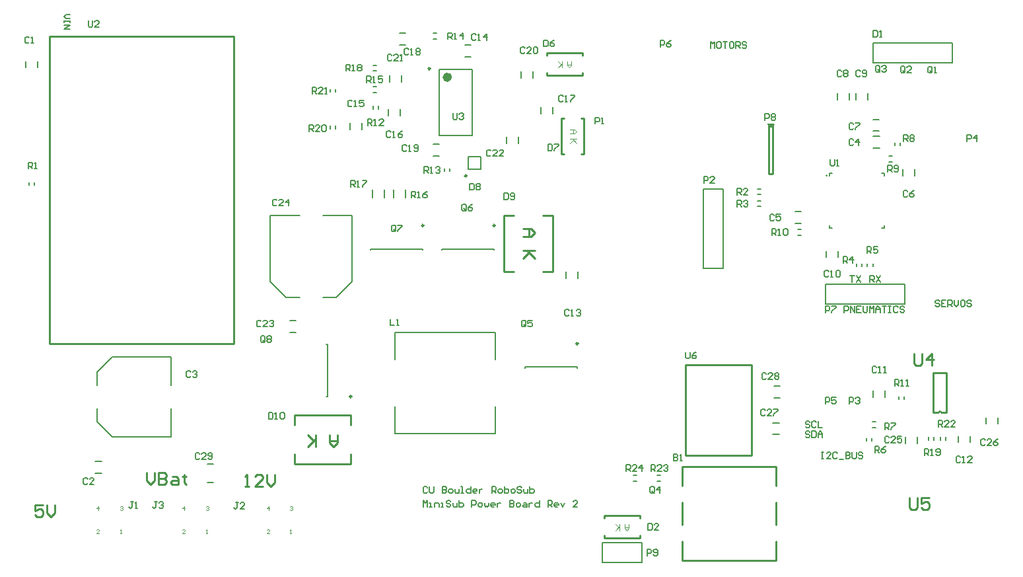
<source format=gto>
G04 Layer_Color=65535*
%FSLAX25Y25*%
%MOIN*%
G70*
G01*
G75*
%ADD40C,0.01000*%
%ADD67C,0.00197*%
%ADD68C,0.00984*%
%ADD69C,0.02362*%
%ADD70C,0.00500*%
%ADD71C,0.00787*%
%ADD72C,0.00600*%
%ADD73C,0.00492*%
%ADD74C,0.00394*%
D40*
X685875Y246750D02*
G03*
X684625Y246750I-625J0D01*
G01*
X598750Y392000D02*
G03*
X601250Y392000I1250J0D01*
G01*
X688500Y246750D02*
Y266750D01*
X682000D02*
X688500D01*
X682000Y246750D02*
Y266750D01*
Y246750D02*
X684625D01*
X685875D02*
X688500D01*
X598750Y392000D02*
X601000D01*
X599000D02*
X601250D01*
X599000Y367000D02*
Y392000D01*
Y367000D02*
X601000D01*
Y392000D01*
X556910Y225165D02*
X590374D01*
X556910D02*
Y270835D01*
X590374Y225165D02*
Y270835D01*
X556910D02*
X590374D01*
X555272Y219280D02*
X602516D01*
X555272Y172035D02*
X602516D01*
X555272D02*
Y181583D01*
X555272Y190047D02*
Y201268D01*
Y209732D02*
Y219280D01*
X602516Y209732D02*
Y219280D01*
Y172035D02*
Y181583D01*
Y190047D02*
Y201268D01*
X236000Y436500D02*
X329000D01*
Y281200D02*
Y436500D01*
X236000Y281200D02*
X329000D01*
X236000D02*
Y436500D01*
X489803Y317717D02*
Y345866D01*
X465197Y317717D02*
Y345866D01*
X470118D01*
X484882D02*
X489803D01*
X465197Y317717D02*
X470118D01*
X484882D02*
X489803D01*
X359598Y220661D02*
X387748D01*
X359598Y245268D02*
X387748D01*
Y240347D02*
Y245268D01*
Y220661D02*
Y225583D01*
X359598Y240347D02*
Y245268D01*
Y220661D02*
Y225583D01*
X534016Y193291D02*
Y194709D01*
X515906Y193291D02*
Y194709D01*
Y183291D02*
Y184709D01*
X534016Y183291D02*
Y184709D01*
X515906Y194709D02*
X534016D01*
X515906Y183291D02*
X534016D01*
X505016Y426756D02*
Y428173D01*
X486905Y426756D02*
Y428173D01*
Y416756D02*
Y418173D01*
X505016Y416756D02*
Y418173D01*
X486905Y428173D02*
X505016D01*
X486905Y416756D02*
X505016D01*
X494291Y394980D02*
X495709D01*
X494291Y376870D02*
X495709D01*
X504291D02*
X505709D01*
X504291Y394980D02*
X505709D01*
X494291Y376870D02*
Y394980D01*
X505709Y376870D02*
Y394980D01*
X670000Y203798D02*
Y198800D01*
X671000Y197800D01*
X672999D01*
X673999Y198800D01*
Y203798D01*
X679997D02*
X675998D01*
Y200799D01*
X677997Y201799D01*
X678997D01*
X679997Y200799D01*
Y198800D01*
X678997Y197800D01*
X676998D01*
X675998Y198800D01*
X672300Y276298D02*
Y271300D01*
X673300Y270300D01*
X675299D01*
X676299Y271300D01*
Y276298D01*
X681297Y270300D02*
Y276298D01*
X678298Y273299D01*
X682297D01*
X481037Y328248D02*
X475039D01*
X477039D01*
X481037Y324249D01*
X478038Y327248D01*
X475039Y324249D01*
Y339272D02*
X479038D01*
X481037Y337272D01*
X479038Y335273D01*
X475039D01*
X478038D01*
Y339272D01*
X370130Y229427D02*
Y235425D01*
Y233426D01*
X366131Y229427D01*
X369130Y232426D01*
X366131Y235425D01*
X381153D02*
Y231427D01*
X379154Y229427D01*
X377155Y231427D01*
Y235425D01*
Y232426D01*
X381153D01*
X232499Y199998D02*
X228500D01*
Y196999D01*
X230499Y197999D01*
X231499D01*
X232499Y196999D01*
Y195000D01*
X231499Y194000D01*
X229500D01*
X228500Y195000D01*
X234498Y199998D02*
Y195999D01*
X236497Y194000D01*
X238497Y195999D01*
Y199998D01*
X285000Y216498D02*
Y212499D01*
X286999Y210500D01*
X288999Y212499D01*
Y216498D01*
X290998D02*
Y210500D01*
X293997D01*
X294997Y211500D01*
Y212499D01*
X293997Y213499D01*
X290998D01*
X293997D01*
X294997Y214499D01*
Y215498D01*
X293997Y216498D01*
X290998D01*
X297996Y214499D02*
X299995D01*
X300995Y213499D01*
Y210500D01*
X297996D01*
X296996Y211500D01*
X297996Y212499D01*
X300995D01*
X303994Y215498D02*
Y214499D01*
X302994D01*
X304994D01*
X303994D01*
Y211500D01*
X304994Y210500D01*
X334500Y209500D02*
X336499D01*
X335500D01*
Y215498D01*
X334500Y214498D01*
X343497Y209500D02*
X339498D01*
X343497Y213499D01*
Y214498D01*
X342497Y215498D01*
X340498D01*
X339498Y214498D01*
X345496Y215498D02*
Y211499D01*
X347496Y209500D01*
X349495Y211499D01*
Y215498D01*
D67*
X628115Y366035D02*
G03*
X628115Y366035I-56J0D01*
G01*
X628314Y366075D02*
G03*
X628314Y366075I-176J0D01*
G01*
X628289D02*
G03*
X628289Y366075I-230J0D01*
G01*
X628492D02*
G03*
X628492Y366075I-394J0D01*
G01*
D68*
X446425Y366028D02*
G03*
X446425Y366028I-492J0D01*
G01*
X502740Y281417D02*
G03*
X502740Y281417I-492J0D01*
G01*
X460756Y340965D02*
G03*
X460756Y340965I-492J0D01*
G01*
X424724D02*
G03*
X424724Y340965I-492J0D01*
G01*
X388390Y254716D02*
G03*
X388390Y254716I-492J0D01*
G01*
X428106Y420090D02*
G03*
X428106Y420090I-492J0D01*
G01*
D69*
X437850Y415760D02*
G03*
X437850Y415760I-1181J0D01*
G01*
D70*
X657232Y339697D02*
Y340878D01*
X656051Y339697D02*
X657232D01*
X656051Y367256D02*
X657232D01*
Y366075D02*
Y367256D01*
X629673Y339697D02*
X630854D01*
X629673D02*
Y340878D01*
Y366075D02*
Y367256D01*
X630854D01*
X246099Y447500D02*
X244100D01*
X243100Y446500D01*
X244100Y445501D01*
X246099D01*
Y444501D02*
Y443501D01*
Y444001D01*
X243100D01*
Y444501D01*
Y443501D01*
Y442002D02*
X246099D01*
X243100Y440002D01*
X246099D01*
D71*
X447350Y369394D02*
X453650D01*
X447350D02*
Y375535D01*
X453650Y369394D02*
Y375535D01*
X447350D02*
X453650D01*
X388669Y312817D02*
Y346134D01*
X373807D02*
X388669D01*
X347331D02*
X362193D01*
X347331Y312817D02*
Y346134D01*
X373807Y304795D02*
X380648D01*
X388669Y312817D01*
X347331D02*
X355352Y304795D01*
X362193D01*
X502189Y269016D02*
Y269606D01*
X475811D02*
X502189D01*
X475811Y269016D02*
Y269606D01*
X460205Y328563D02*
Y329153D01*
X433827D02*
X460205D01*
X433827Y328563D02*
Y329153D01*
X424173Y328563D02*
Y329153D01*
X397795D02*
X424173D01*
X397795Y328563D02*
Y329153D01*
X375496Y254776D02*
X376087D01*
Y281153D01*
X375496D02*
X376087D01*
X627500Y301500D02*
Y311500D01*
X667500D01*
X627500Y301500D02*
X667500D01*
Y311500D01*
X566000Y319500D02*
X576000D01*
X566000D02*
Y359500D01*
X576000Y319500D02*
Y359500D01*
X566000D02*
X576000D01*
X691500Y423000D02*
Y433000D01*
X651500Y423000D02*
X691500D01*
X651500Y433000D02*
X691500D01*
X651500Y423000D02*
Y433000D01*
X432732Y386232D02*
Y419697D01*
X449268Y386232D02*
Y419697D01*
X432732D02*
X449268D01*
X432732Y386232D02*
X449268D01*
X259799Y260307D02*
Y266951D01*
X267624Y274776D01*
X259799Y242049D02*
X267624Y234224D01*
X259799Y242049D02*
Y248693D01*
X267624Y274776D02*
X297201D01*
Y260307D02*
Y274776D01*
Y234224D02*
Y248693D01*
X267624Y234224D02*
X297201D01*
X410106Y273276D02*
Y286858D01*
X460894Y273276D02*
Y286858D01*
X410106Y236071D02*
Y249654D01*
X460894Y236071D02*
Y249654D01*
X410106Y286858D02*
X460894D01*
X410106Y236071D02*
X460894D01*
X415453Y354996D02*
Y358933D01*
X409547Y354996D02*
Y358933D01*
X404953Y354996D02*
Y358933D01*
X399047Y354996D02*
Y358933D01*
X659665Y375878D02*
X661240D01*
X659665Y373122D02*
X661240D01*
X633953Y324925D02*
Y328075D01*
X628047Y324925D02*
Y328075D01*
X714453Y240925D02*
Y244075D01*
X708547Y240925D02*
Y244075D01*
X694547Y231610D02*
Y234760D01*
X700453Y231610D02*
Y234760D01*
X668047Y231110D02*
Y234260D01*
X673953Y231110D02*
Y234260D01*
X685622Y232760D02*
Y234335D01*
X688378Y232760D02*
Y234335D01*
X682378Y232760D02*
Y234335D01*
X679622Y232760D02*
Y234335D01*
X412953Y396390D02*
Y399539D01*
X407047Y396390D02*
Y399539D01*
X429425Y381917D02*
X432575D01*
X429425Y376012D02*
X432575D01*
X435122Y368177D02*
Y369752D01*
X437878Y368177D02*
Y369752D01*
X479953Y415390D02*
Y418539D01*
X474047Y415390D02*
Y418539D01*
X228331Y361260D02*
Y362835D01*
X225575Y361260D02*
Y362835D01*
X223862Y420610D02*
Y423760D01*
X229768Y420610D02*
Y423760D01*
X258925Y221953D02*
X262075D01*
X258925Y216047D02*
X262075D01*
X445425Y431917D02*
X448575D01*
X445425Y426012D02*
X448575D01*
X429713Y437843D02*
X431287D01*
X429713Y435087D02*
X431287D01*
X484047Y397390D02*
Y400539D01*
X489953Y397390D02*
Y400539D01*
X472453Y382390D02*
Y385539D01*
X466547Y382390D02*
Y385539D01*
X412425Y437917D02*
X415575D01*
X412425Y432012D02*
X415575D01*
X407547Y413390D02*
Y416539D01*
X413453Y413390D02*
Y416539D01*
X399213Y410843D02*
X400787D01*
X399213Y408087D02*
X400787D01*
X399213Y421842D02*
X400787D01*
X399213Y419087D02*
X400787D01*
X401878Y399677D02*
Y401252D01*
X399122Y399677D02*
Y401252D01*
X387547Y389390D02*
Y392539D01*
X393453Y389390D02*
Y392539D01*
X377622Y389677D02*
Y391252D01*
X380378Y389677D02*
Y391252D01*
X377622Y408177D02*
Y409752D01*
X380378Y408177D02*
Y409752D01*
X502453Y314390D02*
Y317539D01*
X496547Y314390D02*
Y317539D01*
X357110Y287012D02*
X360260D01*
X357110Y292917D02*
X360260D01*
X600925Y235547D02*
X604075D01*
X600925Y241453D02*
X604075D01*
X601425Y254047D02*
X604575D01*
X601425Y259953D02*
X604575D01*
X651547Y254425D02*
Y257575D01*
X657453Y254425D02*
Y257575D01*
X651425Y388547D02*
X654575D01*
X651425Y394453D02*
X654575D01*
X651610Y380047D02*
X654760D01*
X651610Y385953D02*
X654760D01*
X672453Y366110D02*
Y369260D01*
X666547Y366110D02*
Y369260D01*
X612110Y347953D02*
X615260D01*
X612110Y342047D02*
X615260D01*
X593260Y356622D02*
X594835D01*
X593260Y359378D02*
X594835D01*
X613713Y336122D02*
X615287D01*
X613713Y338878D02*
X615287D01*
X593260Y350622D02*
X594835D01*
X593260Y353378D02*
X594835D01*
X643122Y320213D02*
Y321787D01*
X645878Y320213D02*
Y321787D01*
X650878Y232213D02*
Y233787D01*
X648122Y232213D02*
Y233787D01*
X651213Y241878D02*
X652787D01*
X651213Y239122D02*
X652787D01*
X648728Y320213D02*
Y321787D01*
X651484Y320213D02*
Y321787D01*
X665378Y381213D02*
Y382787D01*
X662622Y381213D02*
Y382787D01*
X643047Y404425D02*
Y407575D01*
X648953Y404425D02*
Y407575D01*
X639453Y404425D02*
Y407575D01*
X633547Y404425D02*
Y407575D01*
X515000Y171000D02*
X535000D01*
Y181000D01*
X515000D02*
X535000D01*
X515000Y171000D02*
Y181000D01*
X542713Y214878D02*
X544287D01*
X542713Y212122D02*
X544287D01*
X530713Y214878D02*
X532287D01*
X530713Y212122D02*
X532287D01*
X315425Y220724D02*
X318575D01*
X315425Y211276D02*
X318575D01*
X667378Y253213D02*
Y254787D01*
X664622Y253213D02*
Y254787D01*
D72*
X630000Y374199D02*
Y371533D01*
X630533Y371000D01*
X631600D01*
X632133Y371533D01*
Y374199D01*
X633199Y371000D02*
X634265D01*
X633732D01*
Y374199D01*
X633199Y373666D01*
X544200Y431000D02*
Y434199D01*
X545799D01*
X546333Y433666D01*
Y432599D01*
X545799Y432066D01*
X544200D01*
X549532Y434199D02*
X548465Y433666D01*
X547399Y432599D01*
Y431533D01*
X547932Y431000D01*
X548998D01*
X549532Y431533D01*
Y432066D01*
X548998Y432599D01*
X547399D01*
X439500Y397663D02*
Y394998D01*
X440033Y394465D01*
X441100D01*
X441633Y394998D01*
Y397663D01*
X442699Y397130D02*
X443232Y397663D01*
X444298D01*
X444832Y397130D01*
Y396597D01*
X444298Y396064D01*
X443765D01*
X444298D01*
X444832Y395531D01*
Y394998D01*
X444298Y394465D01*
X443232D01*
X442699Y394998D01*
X368500Y407465D02*
Y410664D01*
X370099D01*
X370633Y410130D01*
Y409064D01*
X370099Y408531D01*
X368500D01*
X369566D02*
X370633Y407465D01*
X373832D02*
X371699D01*
X373832Y409597D01*
Y410130D01*
X373299Y410664D01*
X372232D01*
X371699Y410130D01*
X374898Y407465D02*
X375964D01*
X375431D01*
Y410664D01*
X374898Y410130D01*
X367000Y388465D02*
Y391664D01*
X368600D01*
X369133Y391130D01*
Y390064D01*
X368600Y389531D01*
X367000D01*
X368066D02*
X369133Y388465D01*
X372332D02*
X370199D01*
X372332Y390597D01*
Y391130D01*
X371798Y391664D01*
X370732D01*
X370199Y391130D01*
X373398D02*
X373931Y391664D01*
X374997D01*
X375531Y391130D01*
Y388998D01*
X374997Y388465D01*
X373931D01*
X373398Y388998D01*
Y391130D01*
X385500Y418965D02*
Y422163D01*
X387100D01*
X387633Y421630D01*
Y420564D01*
X387100Y420031D01*
X385500D01*
X386566D02*
X387633Y418965D01*
X388699D02*
X389765D01*
X389232D01*
Y422163D01*
X388699Y421630D01*
X391365D02*
X391898Y422163D01*
X392964D01*
X393497Y421630D01*
Y421097D01*
X392964Y420564D01*
X393497Y420031D01*
Y419498D01*
X392964Y418965D01*
X391898D01*
X391365Y419498D01*
Y420031D01*
X391898Y420564D01*
X391365Y421097D01*
Y421630D01*
X391898Y420564D02*
X392964D01*
X388000Y360465D02*
Y363664D01*
X389599D01*
X390133Y363130D01*
Y362064D01*
X389599Y361531D01*
X388000D01*
X389066D02*
X390133Y360465D01*
X391199D02*
X392265D01*
X391732D01*
Y363664D01*
X391199Y363130D01*
X393865Y363664D02*
X395997D01*
Y363130D01*
X393865Y360998D01*
Y360465D01*
X418500Y354965D02*
Y358163D01*
X420099D01*
X420633Y357630D01*
Y356564D01*
X420099Y356031D01*
X418500D01*
X419566D02*
X420633Y354965D01*
X421699D02*
X422765D01*
X422232D01*
Y358163D01*
X421699Y357630D01*
X426497Y358163D02*
X425431Y357630D01*
X424365Y356564D01*
Y355498D01*
X424898Y354965D01*
X425964D01*
X426497Y355498D01*
Y356031D01*
X425964Y356564D01*
X424365D01*
X396000Y413000D02*
Y416199D01*
X397600D01*
X398133Y415666D01*
Y414600D01*
X397600Y414066D01*
X396000D01*
X397066D02*
X398133Y413000D01*
X399199D02*
X400265D01*
X399732D01*
Y416199D01*
X399199Y415666D01*
X403997Y416199D02*
X401865D01*
Y414600D01*
X402931Y415133D01*
X403464D01*
X403997Y414600D01*
Y413533D01*
X403464Y413000D01*
X402398D01*
X401865Y413533D01*
X437000Y434965D02*
Y438164D01*
X438599D01*
X439133Y437630D01*
Y436564D01*
X438599Y436031D01*
X437000D01*
X438066D02*
X439133Y434965D01*
X440199D02*
X441265D01*
X440732D01*
Y438164D01*
X440199Y437630D01*
X444464Y434965D02*
Y438164D01*
X442865Y436564D01*
X444997D01*
X425000Y367465D02*
Y370663D01*
X426600D01*
X427133Y370130D01*
Y369064D01*
X426600Y368531D01*
X425000D01*
X426066D02*
X427133Y367465D01*
X428199D02*
X429265D01*
X428732D01*
Y370663D01*
X428199Y370130D01*
X430865D02*
X431398Y370663D01*
X432464D01*
X432997Y370130D01*
Y369597D01*
X432464Y369064D01*
X431931D01*
X432464D01*
X432997Y368531D01*
Y367998D01*
X432464Y367465D01*
X431398D01*
X430865Y367998D01*
X396500Y391465D02*
Y394664D01*
X398099D01*
X398633Y394130D01*
Y393064D01*
X398099Y392531D01*
X396500D01*
X397566D02*
X398633Y391465D01*
X399699D02*
X400765D01*
X400232D01*
Y394664D01*
X399699Y394130D01*
X404497Y391465D02*
X402365D01*
X404497Y393597D01*
Y394130D01*
X403964Y394664D01*
X402898D01*
X402365Y394130D01*
X344633Y282533D02*
Y284666D01*
X344099Y285199D01*
X343033D01*
X342500Y284666D01*
Y282533D01*
X343033Y282000D01*
X344099D01*
X343566Y283066D02*
X344633Y282000D01*
X344099D02*
X344633Y282533D01*
X345699Y284666D02*
X346232Y285199D01*
X347299D01*
X347832Y284666D01*
Y284133D01*
X347299Y283599D01*
X347832Y283066D01*
Y282533D01*
X347299Y282000D01*
X346232D01*
X345699Y282533D01*
Y283066D01*
X346232Y283599D01*
X345699Y284133D01*
Y284666D01*
X346232Y283599D02*
X347299D01*
X410633Y338498D02*
Y340630D01*
X410100Y341163D01*
X409033D01*
X408500Y340630D01*
Y338498D01*
X409033Y337965D01*
X410100D01*
X409566Y339031D02*
X410633Y337965D01*
X410100D02*
X410633Y338498D01*
X411699Y341163D02*
X413832D01*
Y340630D01*
X411699Y338498D01*
Y337965D01*
X446133Y348998D02*
Y351130D01*
X445600Y351663D01*
X444533D01*
X444000Y351130D01*
Y348998D01*
X444533Y348465D01*
X445600D01*
X445066Y349531D02*
X446133Y348465D01*
X445600D02*
X446133Y348998D01*
X449332Y351663D02*
X448265Y351130D01*
X447199Y350064D01*
Y348998D01*
X447732Y348465D01*
X448798D01*
X449332Y348998D01*
Y349531D01*
X448798Y350064D01*
X447199D01*
X476333Y290498D02*
Y292630D01*
X475800Y293163D01*
X474733D01*
X474200Y292630D01*
Y290498D01*
X474733Y289965D01*
X475800D01*
X475266Y291031D02*
X476333Y289965D01*
X475800D02*
X476333Y290498D01*
X479532Y293163D02*
X477399D01*
Y291564D01*
X478465Y292097D01*
X478998D01*
X479532Y291564D01*
Y290498D01*
X478998Y289965D01*
X477932D01*
X477399Y290498D01*
X346500Y246663D02*
Y243465D01*
X348099D01*
X348633Y243998D01*
Y246130D01*
X348099Y246663D01*
X346500D01*
X349699Y243465D02*
X350765D01*
X350232D01*
Y246663D01*
X349699Y246130D01*
X352365D02*
X352898Y246663D01*
X353964D01*
X354497Y246130D01*
Y243998D01*
X353964Y243465D01*
X352898D01*
X352365Y243998D01*
Y246130D01*
X465300Y357263D02*
Y354065D01*
X466899D01*
X467433Y354598D01*
Y356730D01*
X466899Y357263D01*
X465300D01*
X468499Y354598D02*
X469032Y354065D01*
X470098D01*
X470632Y354598D01*
Y356730D01*
X470098Y357263D01*
X469032D01*
X468499Y356730D01*
Y356197D01*
X469032Y355664D01*
X470632D01*
X448000Y362163D02*
Y358965D01*
X449600D01*
X450133Y359498D01*
Y361630D01*
X449600Y362163D01*
X448000D01*
X451199Y361630D02*
X451732Y362163D01*
X452798D01*
X453332Y361630D01*
Y361097D01*
X452798Y360564D01*
X453332Y360031D01*
Y359498D01*
X452798Y358965D01*
X451732D01*
X451199Y359498D01*
Y360031D01*
X451732Y360564D01*
X451199Y361097D01*
Y361630D01*
X451732Y360564D02*
X452798D01*
X487500Y381849D02*
Y378650D01*
X489100D01*
X489633Y379183D01*
Y381315D01*
X489100Y381849D01*
X487500D01*
X490699D02*
X492832D01*
Y381315D01*
X490699Y379183D01*
Y378650D01*
X485400Y434464D02*
Y431265D01*
X487000D01*
X487533Y431798D01*
Y433930D01*
X487000Y434464D01*
X485400D01*
X490732D02*
X489665Y433930D01*
X488599Y432864D01*
Y431798D01*
X489132Y431265D01*
X490198D01*
X490732Y431798D01*
Y432331D01*
X490198Y432864D01*
X488599D01*
X350633Y353630D02*
X350099Y354164D01*
X349033D01*
X348500Y353630D01*
Y351498D01*
X349033Y350965D01*
X350099D01*
X350633Y351498D01*
X353832Y350965D02*
X351699D01*
X353832Y353097D01*
Y353630D01*
X353298Y354164D01*
X352232D01*
X351699Y353630D01*
X356497Y350965D02*
Y354164D01*
X354898Y352564D01*
X357031D01*
X342633Y292630D02*
X342099Y293163D01*
X341033D01*
X340500Y292630D01*
Y290498D01*
X341033Y289965D01*
X342099D01*
X342633Y290498D01*
X345832Y289965D02*
X343699D01*
X345832Y292097D01*
Y292630D01*
X345299Y293163D01*
X344232D01*
X343699Y292630D01*
X346898D02*
X347431Y293163D01*
X348497D01*
X349031Y292630D01*
Y292097D01*
X348497Y291564D01*
X347964D01*
X348497D01*
X349031Y291031D01*
Y290498D01*
X348497Y289965D01*
X347431D01*
X346898Y290498D01*
X458633Y378630D02*
X458100Y379164D01*
X457033D01*
X456500Y378630D01*
Y376498D01*
X457033Y375965D01*
X458100D01*
X458633Y376498D01*
X461832Y375965D02*
X459699D01*
X461832Y378097D01*
Y378630D01*
X461298Y379164D01*
X460232D01*
X459699Y378630D01*
X465031Y375965D02*
X462898D01*
X465031Y378097D01*
Y378630D01*
X464497Y379164D01*
X463431D01*
X462898Y378630D01*
X408633Y426666D02*
X408100Y427199D01*
X407033D01*
X406500Y426666D01*
Y424533D01*
X407033Y424000D01*
X408100D01*
X408633Y424533D01*
X411832Y424000D02*
X409699D01*
X411832Y426133D01*
Y426666D01*
X411298Y427199D01*
X410232D01*
X409699Y426666D01*
X412898Y424000D02*
X413964D01*
X413431D01*
Y427199D01*
X412898Y426666D01*
X475833Y430330D02*
X475300Y430864D01*
X474233D01*
X473700Y430330D01*
Y428198D01*
X474233Y427665D01*
X475300D01*
X475833Y428198D01*
X479032Y427665D02*
X476899D01*
X479032Y429797D01*
Y430330D01*
X478498Y430864D01*
X477432D01*
X476899Y430330D01*
X480098D02*
X480631Y430864D01*
X481697D01*
X482231Y430330D01*
Y428198D01*
X481697Y427665D01*
X480631D01*
X480098Y428198D01*
Y430330D01*
X416133Y381130D02*
X415599Y381663D01*
X414533D01*
X414000Y381130D01*
Y378998D01*
X414533Y378465D01*
X415599D01*
X416133Y378998D01*
X417199Y378465D02*
X418265D01*
X417732D01*
Y381663D01*
X417199Y381130D01*
X419865Y378998D02*
X420398Y378465D01*
X421464D01*
X421997Y378998D01*
Y381130D01*
X421464Y381663D01*
X420398D01*
X419865Y381130D01*
Y380597D01*
X420398Y380064D01*
X421997D01*
X417133Y429666D02*
X416600Y430199D01*
X415533D01*
X415000Y429666D01*
Y427533D01*
X415533Y427000D01*
X416600D01*
X417133Y427533D01*
X418199Y427000D02*
X419265D01*
X418732D01*
Y430199D01*
X418199Y429666D01*
X420865D02*
X421398Y430199D01*
X422464D01*
X422997Y429666D01*
Y429133D01*
X422464Y428600D01*
X422997Y428066D01*
Y427533D01*
X422464Y427000D01*
X421398D01*
X420865Y427533D01*
Y428066D01*
X421398Y428600D01*
X420865Y429133D01*
Y429666D01*
X421398Y428600D02*
X422464D01*
X495133Y406130D02*
X494599Y406664D01*
X493533D01*
X493000Y406130D01*
Y403998D01*
X493533Y403465D01*
X494599D01*
X495133Y403998D01*
X496199Y403465D02*
X497265D01*
X496732D01*
Y406664D01*
X496199Y406130D01*
X498865Y406664D02*
X500997D01*
Y406130D01*
X498865Y403998D01*
Y403465D01*
X408133Y388130D02*
X407599Y388664D01*
X406533D01*
X406000Y388130D01*
Y385998D01*
X406533Y385465D01*
X407599D01*
X408133Y385998D01*
X409199Y385465D02*
X410265D01*
X409732D01*
Y388664D01*
X409199Y388130D01*
X413997Y388664D02*
X412931Y388130D01*
X411865Y387064D01*
Y385998D01*
X412398Y385465D01*
X413464D01*
X413997Y385998D01*
Y386531D01*
X413464Y387064D01*
X411865D01*
X388633Y403630D02*
X388100Y404164D01*
X387033D01*
X386500Y403630D01*
Y401498D01*
X387033Y400965D01*
X388100D01*
X388633Y401498D01*
X389699Y400965D02*
X390765D01*
X390232D01*
Y404164D01*
X389699Y403630D01*
X394497Y404164D02*
X392365D01*
Y402564D01*
X393431Y403097D01*
X393964D01*
X394497Y402564D01*
Y401498D01*
X393964Y400965D01*
X392898D01*
X392365Y401498D01*
X451133Y437130D02*
X450599Y437664D01*
X449533D01*
X449000Y437130D01*
Y434998D01*
X449533Y434465D01*
X450599D01*
X451133Y434998D01*
X452199Y434465D02*
X453265D01*
X452732D01*
Y437664D01*
X452199Y437130D01*
X456464Y434465D02*
Y437664D01*
X454865Y436064D01*
X456997D01*
X498133Y298130D02*
X497600Y298663D01*
X496533D01*
X496000Y298130D01*
Y295998D01*
X496533Y295465D01*
X497600D01*
X498133Y295998D01*
X499199Y295465D02*
X500265D01*
X499732D01*
Y298663D01*
X499199Y298130D01*
X501865D02*
X502398Y298663D01*
X503464D01*
X503997Y298130D01*
Y297597D01*
X503464Y297064D01*
X502931D01*
X503464D01*
X503997Y296531D01*
Y295998D01*
X503464Y295465D01*
X502398D01*
X501865Y295998D01*
X278133Y201699D02*
X277066D01*
X277600D01*
Y199033D01*
X277066Y198500D01*
X276533D01*
X276000Y199033D01*
X279199Y198500D02*
X280265D01*
X279732D01*
Y201699D01*
X279199Y201166D01*
X331133Y201199D02*
X330066D01*
X330599D01*
Y198533D01*
X330066Y198000D01*
X329533D01*
X329000Y198533D01*
X334332Y198000D02*
X332199D01*
X334332Y200133D01*
Y200666D01*
X333799Y201199D01*
X332732D01*
X332199Y200666D01*
X225200Y369600D02*
Y372799D01*
X226800D01*
X227333Y372266D01*
Y371199D01*
X226800Y370666D01*
X225200D01*
X226266D02*
X227333Y369600D01*
X228399D02*
X229465D01*
X228932D01*
Y372799D01*
X228399Y372266D01*
X255500Y444199D02*
Y441533D01*
X256033Y441000D01*
X257100D01*
X257633Y441533D01*
Y444199D01*
X260832Y441000D02*
X258699D01*
X260832Y443133D01*
Y443666D01*
X260298Y444199D01*
X259232D01*
X258699Y443666D01*
X225633Y435566D02*
X225099Y436099D01*
X224033D01*
X223500Y435566D01*
Y433433D01*
X224033Y432900D01*
X225099D01*
X225633Y433433D01*
X226699Y432900D02*
X227765D01*
X227232D01*
Y436099D01*
X226699Y435566D01*
X255133Y213166D02*
X254599Y213699D01*
X253533D01*
X253000Y213166D01*
Y211033D01*
X253533Y210500D01*
X254599D01*
X255133Y211033D01*
X258332Y210500D02*
X256199D01*
X258332Y212633D01*
Y213166D01*
X257799Y213699D01*
X256732D01*
X256199Y213166D01*
X407900Y293763D02*
Y290565D01*
X410033D01*
X411099D02*
X412165D01*
X411632D01*
Y293763D01*
X411099Y293230D01*
X307133Y267166D02*
X306599Y267699D01*
X305533D01*
X305000Y267166D01*
Y265033D01*
X305533Y264500D01*
X306599D01*
X307133Y265033D01*
X308199Y267166D02*
X308732Y267699D01*
X309799D01*
X310332Y267166D01*
Y266633D01*
X309799Y266100D01*
X309265D01*
X309799D01*
X310332Y265566D01*
Y265033D01*
X309799Y264500D01*
X308732D01*
X308199Y265033D01*
X550887Y225614D02*
Y222415D01*
X552487D01*
X553020Y222948D01*
Y223481D01*
X552487Y224014D01*
X550887D01*
X552487D01*
X553020Y224548D01*
Y225081D01*
X552487Y225614D01*
X550887D01*
X554086Y222415D02*
X555153D01*
X554620D01*
Y225614D01*
X554086Y225081D01*
X641633Y384166D02*
X641100Y384699D01*
X640033D01*
X639500Y384166D01*
Y382033D01*
X640033Y381500D01*
X641100D01*
X641633Y382033D01*
X644298Y381500D02*
Y384699D01*
X642699Y383100D01*
X644832D01*
X601633Y346166D02*
X601099Y346699D01*
X600033D01*
X599500Y346166D01*
Y344033D01*
X600033Y343500D01*
X601099D01*
X601633Y344033D01*
X604832Y346699D02*
X602699D01*
Y345099D01*
X603765Y345633D01*
X604298D01*
X604832Y345099D01*
Y344033D01*
X604298Y343500D01*
X603232D01*
X602699Y344033D01*
X668948Y358166D02*
X668414Y358699D01*
X667348D01*
X666815Y358166D01*
Y356033D01*
X667348Y355500D01*
X668414D01*
X668948Y356033D01*
X672147Y358699D02*
X671080Y358166D01*
X670014Y357100D01*
Y356033D01*
X670547Y355500D01*
X671613D01*
X672147Y356033D01*
Y356566D01*
X671613Y357100D01*
X670014D01*
X641633Y392166D02*
X641100Y392699D01*
X640033D01*
X639500Y392166D01*
Y390033D01*
X640033Y389500D01*
X641100D01*
X641633Y390033D01*
X642699Y392699D02*
X644832D01*
Y392166D01*
X642699Y390033D01*
Y389500D01*
X635633Y418666D02*
X635100Y419199D01*
X634033D01*
X633500Y418666D01*
Y416533D01*
X634033Y416000D01*
X635100D01*
X635633Y416533D01*
X636699Y418666D02*
X637232Y419199D01*
X638298D01*
X638832Y418666D01*
Y418133D01*
X638298Y417599D01*
X638832Y417066D01*
Y416533D01*
X638298Y416000D01*
X637232D01*
X636699Y416533D01*
Y417066D01*
X637232Y417599D01*
X636699Y418133D01*
Y418666D01*
X637232Y417599D02*
X638298D01*
X645133Y418666D02*
X644599Y419199D01*
X643533D01*
X643000Y418666D01*
Y416533D01*
X643533Y416000D01*
X644599D01*
X645133Y416533D01*
X646199D02*
X646732Y416000D01*
X647798D01*
X648332Y416533D01*
Y418666D01*
X647798Y419199D01*
X646732D01*
X646199Y418666D01*
Y418133D01*
X646732Y417599D01*
X648332D01*
X629133Y317666D02*
X628600Y318199D01*
X627533D01*
X627000Y317666D01*
Y315533D01*
X627533Y315000D01*
X628600D01*
X629133Y315533D01*
X630199Y315000D02*
X631265D01*
X630732D01*
Y318199D01*
X630199Y317666D01*
X632865D02*
X633398Y318199D01*
X634464D01*
X634997Y317666D01*
Y315533D01*
X634464Y315000D01*
X633398D01*
X632865Y315533D01*
Y317666D01*
X653333Y269366D02*
X652800Y269899D01*
X651733D01*
X651200Y269366D01*
Y267233D01*
X651733Y266700D01*
X652800D01*
X653333Y267233D01*
X654399Y266700D02*
X655465D01*
X654932D01*
Y269899D01*
X654399Y269366D01*
X657065Y266700D02*
X658131D01*
X657598D01*
Y269899D01*
X657065Y269366D01*
X695633Y224166D02*
X695099Y224699D01*
X694033D01*
X693500Y224166D01*
Y222033D01*
X694033Y221500D01*
X695099D01*
X695633Y222033D01*
X696699Y221500D02*
X697765D01*
X697232D01*
Y224699D01*
X696699Y224166D01*
X701497Y221500D02*
X699365D01*
X701497Y223633D01*
Y224166D01*
X700964Y224699D01*
X699898D01*
X699365Y224166D01*
X659633Y234166D02*
X659099Y234699D01*
X658033D01*
X657500Y234166D01*
Y232033D01*
X658033Y231500D01*
X659099D01*
X659633Y232033D01*
X662832Y231500D02*
X660699D01*
X662832Y233633D01*
Y234166D01*
X662298Y234699D01*
X661232D01*
X660699Y234166D01*
X666031Y234699D02*
X663898D01*
Y233100D01*
X664964Y233633D01*
X665497D01*
X666031Y233100D01*
Y232033D01*
X665497Y231500D01*
X664431D01*
X663898Y232033D01*
X708133Y232666D02*
X707599Y233199D01*
X706533D01*
X706000Y232666D01*
Y230533D01*
X706533Y230000D01*
X707599D01*
X708133Y230533D01*
X711332Y230000D02*
X709199D01*
X711332Y232133D01*
Y232666D01*
X710798Y233199D01*
X709732D01*
X709199Y232666D01*
X714531Y233199D02*
X713464Y232666D01*
X712398Y231599D01*
Y230533D01*
X712931Y230000D01*
X713997D01*
X714531Y230533D01*
Y231066D01*
X713997Y231599D01*
X712398D01*
X597133Y247666D02*
X596599Y248199D01*
X595533D01*
X595000Y247666D01*
Y245533D01*
X595533Y245000D01*
X596599D01*
X597133Y245533D01*
X600332Y245000D02*
X598199D01*
X600332Y247133D01*
Y247666D01*
X599798Y248199D01*
X598732D01*
X598199Y247666D01*
X601398Y248199D02*
X603531D01*
Y247666D01*
X601398Y245533D01*
Y245000D01*
X597633Y266166D02*
X597099Y266699D01*
X596033D01*
X595500Y266166D01*
Y264033D01*
X596033Y263500D01*
X597099D01*
X597633Y264033D01*
X600832Y263500D02*
X598699D01*
X600832Y265633D01*
Y266166D01*
X600298Y266699D01*
X599232D01*
X598699Y266166D01*
X601898D02*
X602431Y266699D01*
X603497D01*
X604031Y266166D01*
Y265633D01*
X603497Y265100D01*
X604031Y264566D01*
Y264033D01*
X603497Y263500D01*
X602431D01*
X601898Y264033D01*
Y264566D01*
X602431Y265100D01*
X601898Y265633D01*
Y266166D01*
X602431Y265100D02*
X603497D01*
X651700Y439199D02*
Y436000D01*
X653300D01*
X653833Y436533D01*
Y438666D01*
X653300Y439199D01*
X651700D01*
X654899Y436000D02*
X655965D01*
X655432D01*
Y439199D01*
X654899Y438666D01*
X511300Y392179D02*
Y395378D01*
X512899D01*
X513433Y394845D01*
Y393779D01*
X512899Y393246D01*
X511300D01*
X514499Y392179D02*
X515565D01*
X515032D01*
Y395378D01*
X514499Y394845D01*
X566200Y362500D02*
Y365699D01*
X567800D01*
X568333Y365166D01*
Y364100D01*
X567800Y363566D01*
X566200D01*
X571532Y362500D02*
X569399D01*
X571532Y364633D01*
Y365166D01*
X570998Y365699D01*
X569932D01*
X569399Y365166D01*
X639500Y251000D02*
Y254199D01*
X641100D01*
X641633Y253666D01*
Y252600D01*
X641100Y252066D01*
X639500D01*
X642699Y253666D02*
X643232Y254199D01*
X644298D01*
X644832Y253666D01*
Y253133D01*
X644298Y252600D01*
X643765D01*
X644298D01*
X644832Y252066D01*
Y251533D01*
X644298Y251000D01*
X643232D01*
X642699Y251533D01*
X699000Y383500D02*
Y386699D01*
X700599D01*
X701133Y386166D01*
Y385100D01*
X700599Y384566D01*
X699000D01*
X703798Y383500D02*
Y386699D01*
X702199Y385100D01*
X704332D01*
X627500Y251000D02*
Y254199D01*
X629100D01*
X629633Y253666D01*
Y252600D01*
X629100Y252066D01*
X627500D01*
X632832Y254199D02*
X630699D01*
Y252600D01*
X631765Y253133D01*
X632298D01*
X632832Y252600D01*
Y251533D01*
X632298Y251000D01*
X631232D01*
X630699Y251533D01*
X627500Y297000D02*
Y300199D01*
X629100D01*
X629633Y299666D01*
Y298600D01*
X629100Y298066D01*
X627500D01*
X630699Y300199D02*
X632832D01*
Y299666D01*
X630699Y297533D01*
Y297000D01*
X597000Y394000D02*
Y397199D01*
X598599D01*
X599133Y396666D01*
Y395600D01*
X598599Y395066D01*
X597000D01*
X600199Y396666D02*
X600732Y397199D01*
X601798D01*
X602332Y396666D01*
Y396133D01*
X601798Y395600D01*
X602332Y395066D01*
Y394533D01*
X601798Y394000D01*
X600732D01*
X600199Y394533D01*
Y395066D01*
X600732Y395600D01*
X600199Y396133D01*
Y396666D01*
X600732Y395600D02*
X601798D01*
X681373Y418482D02*
Y420615D01*
X680840Y421148D01*
X679773D01*
X679240Y420615D01*
Y418482D01*
X679773Y417949D01*
X680840D01*
X680306Y419015D02*
X681373Y417949D01*
X680840D02*
X681373Y418482D01*
X682439Y417949D02*
X683505D01*
X682972D01*
Y421148D01*
X682439Y420615D01*
X667633Y418533D02*
Y420666D01*
X667100Y421199D01*
X666033D01*
X665500Y420666D01*
Y418533D01*
X666033Y418000D01*
X667100D01*
X666566Y419066D02*
X667633Y418000D01*
X667100D02*
X667633Y418533D01*
X670832Y418000D02*
X668699D01*
X670832Y420133D01*
Y420666D01*
X670298Y421199D01*
X669232D01*
X668699Y420666D01*
X583000Y356500D02*
Y359699D01*
X584599D01*
X585133Y359166D01*
Y358100D01*
X584599Y357566D01*
X583000D01*
X584066D02*
X585133Y356500D01*
X588332D02*
X586199D01*
X588332Y358633D01*
Y359166D01*
X587798Y359699D01*
X586732D01*
X586199Y359166D01*
X583047Y350500D02*
Y353699D01*
X584647D01*
X585180Y353166D01*
Y352099D01*
X584647Y351566D01*
X583047D01*
X584114D02*
X585180Y350500D01*
X586246Y353166D02*
X586779Y353699D01*
X587846D01*
X588379Y353166D01*
Y352633D01*
X587846Y352099D01*
X587313D01*
X587846D01*
X588379Y351566D01*
Y351033D01*
X587846Y350500D01*
X586779D01*
X586246Y351033D01*
X636500Y322000D02*
Y325199D01*
X638099D01*
X638633Y324666D01*
Y323600D01*
X638099Y323066D01*
X636500D01*
X637566D02*
X638633Y322000D01*
X641298D02*
Y325199D01*
X639699Y323600D01*
X641832D01*
X648606Y327000D02*
Y330199D01*
X650206D01*
X650739Y329666D01*
Y328600D01*
X650206Y328066D01*
X648606D01*
X649673D02*
X650739Y327000D01*
X653938Y330199D02*
X651805D01*
Y328600D01*
X652872Y329133D01*
X653405D01*
X653938Y328600D01*
Y327533D01*
X653405Y327000D01*
X652338D01*
X651805Y327533D01*
X652500Y226500D02*
Y229699D01*
X654100D01*
X654633Y229166D01*
Y228099D01*
X654100Y227566D01*
X652500D01*
X653566D02*
X654633Y226500D01*
X657832Y229699D02*
X656765Y229166D01*
X655699Y228099D01*
Y227033D01*
X656232Y226500D01*
X657298D01*
X657832Y227033D01*
Y227566D01*
X657298Y228099D01*
X655699D01*
X657500Y238000D02*
Y241199D01*
X659099D01*
X659633Y240666D01*
Y239599D01*
X659099Y239066D01*
X657500D01*
X658566D02*
X659633Y238000D01*
X660699Y241199D02*
X662832D01*
Y240666D01*
X660699Y238533D01*
Y238000D01*
X667000Y383500D02*
Y386699D01*
X668600D01*
X669133Y386166D01*
Y385100D01*
X668600Y384566D01*
X667000D01*
X668066D02*
X669133Y383500D01*
X670199Y386166D02*
X670732Y386699D01*
X671798D01*
X672332Y386166D01*
Y385633D01*
X671798Y385100D01*
X672332Y384566D01*
Y384033D01*
X671798Y383500D01*
X670732D01*
X670199Y384033D01*
Y384566D01*
X670732Y385100D01*
X670199Y385633D01*
Y386166D01*
X670732Y385100D02*
X671798D01*
X659000Y368000D02*
Y371199D01*
X660600D01*
X661133Y370666D01*
Y369600D01*
X660600Y369066D01*
X659000D01*
X660066D02*
X661133Y368000D01*
X662199Y368533D02*
X662732Y368000D01*
X663798D01*
X664332Y368533D01*
Y370666D01*
X663798Y371199D01*
X662732D01*
X662199Y370666D01*
Y370133D01*
X662732Y369600D01*
X664332D01*
X600500Y336000D02*
Y339199D01*
X602100D01*
X602633Y338666D01*
Y337599D01*
X602100Y337066D01*
X600500D01*
X601566D02*
X602633Y336000D01*
X603699D02*
X604765D01*
X604232D01*
Y339199D01*
X603699Y338666D01*
X606365D02*
X606898Y339199D01*
X607964D01*
X608497Y338666D01*
Y336533D01*
X607964Y336000D01*
X606898D01*
X606365Y336533D01*
Y338666D01*
X662500Y260000D02*
Y263199D01*
X664100D01*
X664633Y262666D01*
Y261599D01*
X664100Y261066D01*
X662500D01*
X663566D02*
X664633Y260000D01*
X665699D02*
X666765D01*
X666232D01*
Y263199D01*
X665699Y262666D01*
X668365Y260000D02*
X669431D01*
X668898D01*
Y263199D01*
X668365Y262666D01*
X677500Y225000D02*
Y228199D01*
X679100D01*
X679633Y227666D01*
Y226600D01*
X679100Y226066D01*
X677500D01*
X678566D02*
X679633Y225000D01*
X680699D02*
X681765D01*
X681232D01*
Y228199D01*
X680699Y227666D01*
X683365Y225533D02*
X683898Y225000D01*
X684964D01*
X685497Y225533D01*
Y227666D01*
X684964Y228199D01*
X683898D01*
X683365Y227666D01*
Y227133D01*
X683898Y226600D01*
X685497D01*
X684500Y239500D02*
Y242699D01*
X686099D01*
X686633Y242166D01*
Y241100D01*
X686099Y240566D01*
X684500D01*
X685566D02*
X686633Y239500D01*
X689832D02*
X687699D01*
X689832Y241633D01*
Y242166D01*
X689298Y242699D01*
X688232D01*
X687699Y242166D01*
X693031Y239500D02*
X690898D01*
X693031Y241633D01*
Y242166D01*
X692497Y242699D01*
X691431D01*
X690898Y242166D01*
X557000Y277099D02*
Y274433D01*
X557533Y273900D01*
X558600D01*
X559133Y274433D01*
Y277099D01*
X562332D02*
X561265Y276566D01*
X560199Y275500D01*
Y274433D01*
X560732Y273900D01*
X561798D01*
X562332Y274433D01*
Y274966D01*
X561798Y275500D01*
X560199D01*
X654892Y418982D02*
Y421115D01*
X654359Y421648D01*
X653293D01*
X652760Y421115D01*
Y418982D01*
X653293Y418449D01*
X654359D01*
X653826Y419515D02*
X654892Y418449D01*
X654359D02*
X654892Y418982D01*
X655959Y421115D02*
X656492Y421648D01*
X657558D01*
X658091Y421115D01*
Y420581D01*
X657558Y420048D01*
X657025D01*
X657558D01*
X658091Y419515D01*
Y418982D01*
X657558Y418449D01*
X656492D01*
X655959Y418982D01*
X538000Y190699D02*
Y187500D01*
X539600D01*
X540133Y188033D01*
Y190166D01*
X539600Y190699D01*
X538000D01*
X543332Y187500D02*
X541199D01*
X543332Y189633D01*
Y190166D01*
X542798Y190699D01*
X541732D01*
X541199Y190166D01*
X290133Y201699D02*
X289066D01*
X289599D01*
Y199033D01*
X289066Y198500D01*
X288533D01*
X288000Y199033D01*
X291199Y201166D02*
X291732Y201699D01*
X292798D01*
X293332Y201166D01*
Y200633D01*
X292798Y200099D01*
X292265D01*
X292798D01*
X293332Y199566D01*
Y199033D01*
X292798Y198500D01*
X291732D01*
X291199Y199033D01*
X537500Y174500D02*
Y177699D01*
X539100D01*
X539633Y177166D01*
Y176100D01*
X539100Y175566D01*
X537500D01*
X540699Y175033D02*
X541232Y174500D01*
X542298D01*
X542832Y175033D01*
Y177166D01*
X542298Y177699D01*
X541232D01*
X540699Y177166D01*
Y176633D01*
X541232Y176100D01*
X542832D01*
X541133Y206533D02*
Y208666D01*
X540599Y209199D01*
X539533D01*
X539000Y208666D01*
Y206533D01*
X539533Y206000D01*
X540599D01*
X540066Y207066D02*
X541133Y206000D01*
X540599D02*
X541133Y206533D01*
X543798Y206000D02*
Y209199D01*
X542199Y207599D01*
X544332D01*
X539500Y217000D02*
Y220199D01*
X541100D01*
X541633Y219666D01*
Y218600D01*
X541100Y218066D01*
X539500D01*
X540566D02*
X541633Y217000D01*
X544832D02*
X542699D01*
X544832Y219133D01*
Y219666D01*
X544298Y220199D01*
X543232D01*
X542699Y219666D01*
X545898D02*
X546431Y220199D01*
X547497D01*
X548031Y219666D01*
Y219133D01*
X547497Y218600D01*
X546964D01*
X547497D01*
X548031Y218066D01*
Y217533D01*
X547497Y217000D01*
X546431D01*
X545898Y217533D01*
X527000Y217000D02*
Y220199D01*
X528600D01*
X529133Y219666D01*
Y218600D01*
X528600Y218066D01*
X527000D01*
X528066D02*
X529133Y217000D01*
X532332D02*
X530199D01*
X532332Y219133D01*
Y219666D01*
X531798Y220199D01*
X530732D01*
X530199Y219666D01*
X534997Y217000D02*
Y220199D01*
X533398Y218600D01*
X535531D01*
X311633Y225666D02*
X311100Y226199D01*
X310033D01*
X309500Y225666D01*
Y223533D01*
X310033Y223000D01*
X311100D01*
X311633Y223533D01*
X314832Y223000D02*
X312699D01*
X314832Y225133D01*
Y225666D01*
X314299Y226199D01*
X313232D01*
X312699Y225666D01*
X315898Y223533D02*
X316431Y223000D01*
X317497D01*
X318031Y223533D01*
Y225666D01*
X317497Y226199D01*
X316431D01*
X315898Y225666D01*
Y225133D01*
X316431Y224600D01*
X318031D01*
X424500Y199000D02*
Y202199D01*
X425566Y201133D01*
X426633Y202199D01*
Y199000D01*
X427699D02*
X428765D01*
X428232D01*
Y201133D01*
X427699D01*
X430365Y199000D02*
Y201133D01*
X431964D01*
X432497Y200600D01*
Y199000D01*
X433564D02*
X434630D01*
X434097D01*
Y201133D01*
X433564D01*
X438362Y201666D02*
X437829Y202199D01*
X436763D01*
X436230Y201666D01*
Y201133D01*
X436763Y200600D01*
X437829D01*
X438362Y200066D01*
Y199533D01*
X437829Y199000D01*
X436763D01*
X436230Y199533D01*
X439429Y201133D02*
Y199533D01*
X439962Y199000D01*
X441561D01*
Y201133D01*
X442627Y202199D02*
Y199000D01*
X444227D01*
X444760Y199533D01*
Y200066D01*
Y200600D01*
X444227Y201133D01*
X442627D01*
X449025Y199000D02*
Y202199D01*
X450625D01*
X451158Y201666D01*
Y200600D01*
X450625Y200066D01*
X449025D01*
X452758Y199000D02*
X453824D01*
X454357Y199533D01*
Y200600D01*
X453824Y201133D01*
X452758D01*
X452224Y200600D01*
Y199533D01*
X452758Y199000D01*
X455423Y201133D02*
Y199533D01*
X455957Y199000D01*
X456490Y199533D01*
X457023Y199000D01*
X457556Y199533D01*
Y201133D01*
X460222Y199000D02*
X459156D01*
X458622Y199533D01*
Y200600D01*
X459156Y201133D01*
X460222D01*
X460755Y200600D01*
Y200066D01*
X458622D01*
X461821Y201133D02*
Y199000D01*
Y200066D01*
X462355Y200600D01*
X462888Y201133D01*
X463421D01*
X468219Y202199D02*
Y199000D01*
X469819D01*
X470352Y199533D01*
Y200066D01*
X469819Y200600D01*
X468219D01*
X469819D01*
X470352Y201133D01*
Y201666D01*
X469819Y202199D01*
X468219D01*
X471951Y199000D02*
X473018D01*
X473551Y199533D01*
Y200600D01*
X473018Y201133D01*
X471951D01*
X471418Y200600D01*
Y199533D01*
X471951Y199000D01*
X475150Y201133D02*
X476217D01*
X476750Y200600D01*
Y199000D01*
X475150D01*
X474617Y199533D01*
X475150Y200066D01*
X476750D01*
X477816Y201133D02*
Y199000D01*
Y200066D01*
X478349Y200600D01*
X478883Y201133D01*
X479416D01*
X483148Y202199D02*
Y199000D01*
X481548D01*
X481015Y199533D01*
Y200600D01*
X481548Y201133D01*
X483148D01*
X487413Y199000D02*
Y202199D01*
X489012D01*
X489546Y201666D01*
Y200600D01*
X489012Y200066D01*
X487413D01*
X488479D02*
X489546Y199000D01*
X492211D02*
X491145D01*
X490612Y199533D01*
Y200600D01*
X491145Y201133D01*
X492211D01*
X492745Y200600D01*
Y200066D01*
X490612D01*
X493811Y201133D02*
X494877Y199000D01*
X495944Y201133D01*
X502342Y199000D02*
X500209D01*
X502342Y201133D01*
Y201666D01*
X501808Y202199D01*
X500742D01*
X500209Y201666D01*
X426633Y208666D02*
X426099Y209199D01*
X425033D01*
X424500Y208666D01*
Y206533D01*
X425033Y206000D01*
X426099D01*
X426633Y206533D01*
X427699Y209199D02*
Y206533D01*
X428232Y206000D01*
X429298D01*
X429832Y206533D01*
Y209199D01*
X434097D02*
Y206000D01*
X435696D01*
X436230Y206533D01*
Y207066D01*
X435696Y207599D01*
X434097D01*
X435696D01*
X436230Y208133D01*
Y208666D01*
X435696Y209199D01*
X434097D01*
X437829Y206000D02*
X438895D01*
X439429Y206533D01*
Y207599D01*
X438895Y208133D01*
X437829D01*
X437296Y207599D01*
Y206533D01*
X437829Y206000D01*
X440495Y208133D02*
Y206533D01*
X441028Y206000D01*
X442627D01*
Y208133D01*
X443694Y206000D02*
X444760D01*
X444227D01*
Y209199D01*
X443694D01*
X448492D02*
Y206000D01*
X446893D01*
X446360Y206533D01*
Y207599D01*
X446893Y208133D01*
X448492D01*
X451158Y206000D02*
X450092D01*
X449559Y206533D01*
Y207599D01*
X450092Y208133D01*
X451158D01*
X451691Y207599D01*
Y207066D01*
X449559D01*
X452758Y208133D02*
Y206000D01*
Y207066D01*
X453291Y207599D01*
X453824Y208133D01*
X454357D01*
X459156Y206000D02*
Y209199D01*
X460755D01*
X461288Y208666D01*
Y207599D01*
X460755Y207066D01*
X459156D01*
X460222D02*
X461288Y206000D01*
X462888D02*
X463954D01*
X464487Y206533D01*
Y207599D01*
X463954Y208133D01*
X462888D01*
X462355Y207599D01*
Y206533D01*
X462888Y206000D01*
X465553Y209199D02*
Y206000D01*
X467153D01*
X467686Y206533D01*
Y207066D01*
Y207599D01*
X467153Y208133D01*
X465553D01*
X469286Y206000D02*
X470352D01*
X470885Y206533D01*
Y207599D01*
X470352Y208133D01*
X469286D01*
X468752Y207599D01*
Y206533D01*
X469286Y206000D01*
X474084Y208666D02*
X473551Y209199D01*
X472484D01*
X471951Y208666D01*
Y208133D01*
X472484Y207599D01*
X473551D01*
X474084Y207066D01*
Y206533D01*
X473551Y206000D01*
X472484D01*
X471951Y206533D01*
X475150Y208133D02*
Y206533D01*
X475683Y206000D01*
X477283D01*
Y208133D01*
X478349Y209199D02*
Y206000D01*
X479949D01*
X480482Y206533D01*
Y207066D01*
Y207599D01*
X479949Y208133D01*
X478349D01*
X625500Y226699D02*
X626566D01*
X626033D01*
Y223500D01*
X625500D01*
X626566D01*
X630298D02*
X628166D01*
X630298Y225633D01*
Y226166D01*
X629765Y226699D01*
X628699D01*
X628166Y226166D01*
X633497D02*
X632964Y226699D01*
X631898D01*
X631365Y226166D01*
Y224033D01*
X631898Y223500D01*
X632964D01*
X633497Y224033D01*
X634564Y222967D02*
X636696D01*
X637763Y226699D02*
Y223500D01*
X639362D01*
X639895Y224033D01*
Y224566D01*
X639362Y225099D01*
X637763D01*
X639362D01*
X639895Y225633D01*
Y226166D01*
X639362Y226699D01*
X637763D01*
X640962D02*
Y224033D01*
X641495Y223500D01*
X642561D01*
X643094Y224033D01*
Y226699D01*
X646293Y226166D02*
X645760Y226699D01*
X644694D01*
X644161Y226166D01*
Y225633D01*
X644694Y225099D01*
X645760D01*
X646293Y224566D01*
Y224033D01*
X645760Y223500D01*
X644694D01*
X644161Y224033D01*
X619633Y241666D02*
X619100Y242199D01*
X618033D01*
X617500Y241666D01*
Y241133D01*
X618033Y240599D01*
X619100D01*
X619633Y240066D01*
Y239533D01*
X619100Y239000D01*
X618033D01*
X617500Y239533D01*
X622832Y241666D02*
X622298Y242199D01*
X621232D01*
X620699Y241666D01*
Y239533D01*
X621232Y239000D01*
X622298D01*
X622832Y239533D01*
X623898Y242199D02*
Y239000D01*
X626031D01*
X619633Y236666D02*
X619100Y237199D01*
X618033D01*
X617500Y236666D01*
Y236133D01*
X618033Y235599D01*
X619100D01*
X619633Y235066D01*
Y234533D01*
X619100Y234000D01*
X618033D01*
X617500Y234533D01*
X620699Y237199D02*
Y234000D01*
X622298D01*
X622832Y234533D01*
Y236666D01*
X622298Y237199D01*
X620699D01*
X623898Y234000D02*
Y236133D01*
X624964Y237199D01*
X626031Y236133D01*
Y234000D01*
Y235599D01*
X623898D01*
X637000Y297000D02*
Y300199D01*
X638599D01*
X639133Y299666D01*
Y298600D01*
X638599Y298066D01*
X637000D01*
X640199Y297000D02*
Y300199D01*
X642332Y297000D01*
Y300199D01*
X645531D02*
X643398D01*
Y297000D01*
X645531D01*
X643398Y298600D02*
X644464D01*
X646597Y300199D02*
Y297533D01*
X647130Y297000D01*
X648196D01*
X648730Y297533D01*
Y300199D01*
X649796Y297000D02*
Y300199D01*
X650862Y299133D01*
X651929Y300199D01*
Y297000D01*
X652995D02*
Y299133D01*
X654061Y300199D01*
X655127Y299133D01*
Y297000D01*
Y298600D01*
X652995D01*
X656194Y300199D02*
X658326D01*
X657260D01*
Y297000D01*
X659393Y300199D02*
X660459D01*
X659926D01*
Y297000D01*
X659393D01*
X660459D01*
X664191Y299666D02*
X663658Y300199D01*
X662592D01*
X662059Y299666D01*
Y297533D01*
X662592Y297000D01*
X663658D01*
X664191Y297533D01*
X667390Y299666D02*
X666857Y300199D01*
X665791D01*
X665258Y299666D01*
Y299133D01*
X665791Y298600D01*
X666857D01*
X667390Y298066D01*
Y297533D01*
X666857Y297000D01*
X665791D01*
X665258Y297533D01*
X640000Y315699D02*
X642133D01*
X641066D01*
Y312500D01*
X643199Y315699D02*
X645332Y312500D01*
Y315699D02*
X643199Y312500D01*
X650000D02*
Y315699D01*
X651600D01*
X652133Y315166D01*
Y314100D01*
X651600Y313566D01*
X650000D01*
X651066D02*
X652133Y312500D01*
X653199Y315699D02*
X655332Y312500D01*
Y315699D02*
X653199Y312500D01*
X569500Y430500D02*
Y433699D01*
X570566Y432633D01*
X571633Y433699D01*
Y430500D01*
X574298Y433699D02*
X573232D01*
X572699Y433166D01*
Y431033D01*
X573232Y430500D01*
X574298D01*
X574832Y431033D01*
Y433166D01*
X574298Y433699D01*
X575898D02*
X578031D01*
X576964D01*
Y430500D01*
X580696Y433699D02*
X579630D01*
X579097Y433166D01*
Y431033D01*
X579630Y430500D01*
X580696D01*
X581230Y431033D01*
Y433166D01*
X580696Y433699D01*
X582296Y430500D02*
Y433699D01*
X583895D01*
X584429Y433166D01*
Y432099D01*
X583895Y431566D01*
X582296D01*
X583362D02*
X584429Y430500D01*
X587628Y433166D02*
X587094Y433699D01*
X586028D01*
X585495Y433166D01*
Y432633D01*
X586028Y432099D01*
X587094D01*
X587628Y431566D01*
Y431033D01*
X587094Y430500D01*
X586028D01*
X585495Y431033D01*
X685133Y302666D02*
X684599Y303199D01*
X683533D01*
X683000Y302666D01*
Y302133D01*
X683533Y301600D01*
X684599D01*
X685133Y301066D01*
Y300533D01*
X684599Y300000D01*
X683533D01*
X683000Y300533D01*
X688332Y303199D02*
X686199D01*
Y300000D01*
X688332D01*
X686199Y301600D02*
X687265D01*
X689398Y300000D02*
Y303199D01*
X690997D01*
X691531Y302666D01*
Y301600D01*
X690997Y301066D01*
X689398D01*
X690464D02*
X691531Y300000D01*
X692597Y303199D02*
Y301066D01*
X693663Y300000D01*
X694730Y301066D01*
Y303199D01*
X697395D02*
X696329D01*
X695796Y302666D01*
Y300533D01*
X696329Y300000D01*
X697395D01*
X697928Y300533D01*
Y302666D01*
X697395Y303199D01*
X701127Y302666D02*
X700594Y303199D01*
X699528D01*
X698995Y302666D01*
Y302133D01*
X699528Y301600D01*
X700594D01*
X701127Y301066D01*
Y300533D01*
X700594Y300000D01*
X699528D01*
X698995Y300533D01*
D73*
X314843Y199022D02*
X315171Y199350D01*
X315827D01*
X316154Y199022D01*
Y198694D01*
X315827Y198366D01*
X315498D01*
X315827D01*
X316154Y198038D01*
Y197710D01*
X315827Y197382D01*
X315171D01*
X314843Y197710D01*
X304015Y197382D02*
Y199350D01*
X303031Y198366D01*
X304343D01*
Y185571D02*
X303031D01*
X304343Y186883D01*
Y187211D01*
X304015Y187539D01*
X303360D01*
X303031Y187211D01*
X314843Y185571D02*
X315498D01*
X315171D01*
Y187539D01*
X314843Y187211D01*
X357343Y199022D02*
X357670Y199350D01*
X358327D01*
X358654Y199022D01*
Y198694D01*
X358327Y198366D01*
X357998D01*
X358327D01*
X358654Y198038D01*
Y197710D01*
X358327Y197382D01*
X357670D01*
X357343Y197710D01*
X346515Y197382D02*
Y199350D01*
X345532Y198366D01*
X346843D01*
Y185571D02*
X345532D01*
X346843Y186883D01*
Y187211D01*
X346515Y187539D01*
X345860D01*
X345532Y187211D01*
X357343Y185571D02*
X357998D01*
X357670D01*
Y187539D01*
X357343Y187211D01*
X271437Y199014D02*
X271765Y199342D01*
X272421D01*
X272749Y199014D01*
Y198686D01*
X272421Y198358D01*
X272093D01*
X272421D01*
X272749Y198030D01*
Y197702D01*
X272421Y197374D01*
X271765D01*
X271437Y197702D01*
X260610Y197374D02*
Y199342D01*
X259626Y198358D01*
X260938D01*
Y185563D02*
X259626D01*
X260938Y186875D01*
Y187203D01*
X260610Y187531D01*
X259954D01*
X259626Y187203D01*
X271437Y185563D02*
X272093D01*
X271765D01*
Y187531D01*
X271437Y187203D01*
D74*
X523642Y187131D02*
Y190279D01*
Y189230D01*
X521543Y187131D01*
X523117Y188705D01*
X521543Y190279D01*
X528366D02*
Y188180D01*
X527317Y187131D01*
X526267Y188180D01*
Y190279D01*
Y188705D01*
X528366D01*
X494642Y420596D02*
Y423744D01*
Y422695D01*
X492543Y420596D01*
X494117Y422170D01*
X492543Y423744D01*
X499366D02*
Y421645D01*
X498317Y420596D01*
X497267Y421645D01*
Y423744D01*
Y422170D01*
X499366D01*
X501869Y384606D02*
X498721D01*
X499770D01*
X501869Y382507D01*
X500295Y384082D01*
X498721Y382507D01*
Y389331D02*
X500819D01*
X501869Y388281D01*
X500819Y387232D01*
X498721D01*
X500295D01*
Y389331D01*
M02*

</source>
